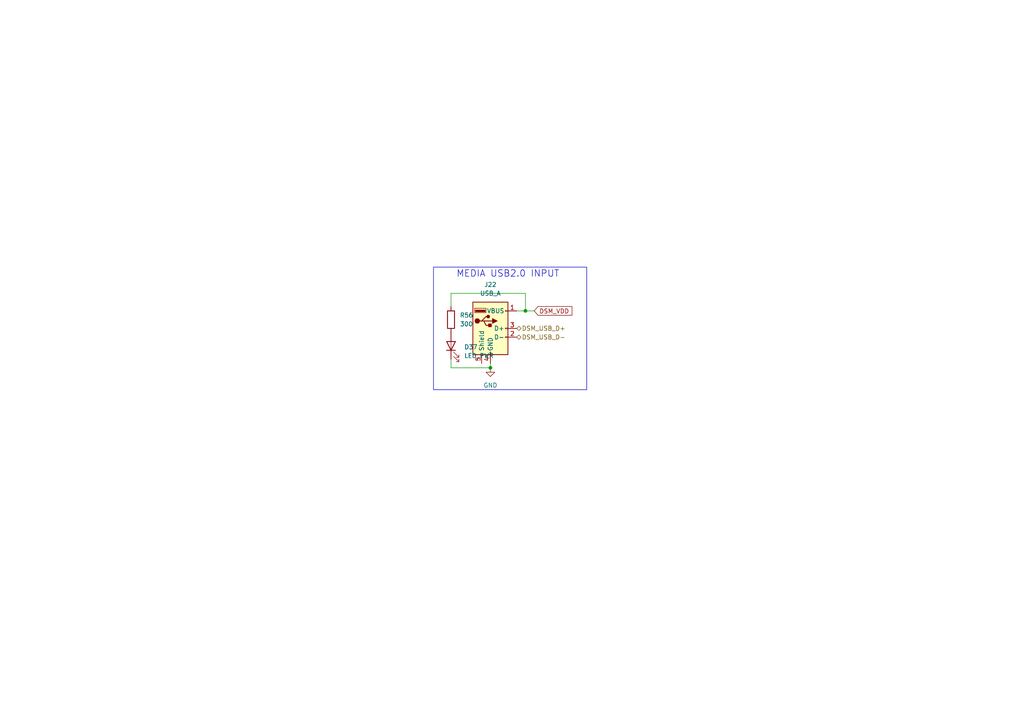
<source format=kicad_sch>
(kicad_sch (version 20250114) (generator "eeschema") (generator_version "9.0")
  (paper "A4")
  (title_block (date "2025-06") (rev "2"))
  (lib_symbols
    (symbol "Connector:USB_A" (pin_names (offset 1.016))
      (property "Reference" "J" (at -5.08 11.43 0))
      (property "Value" "USB_A" (at -5.08 8.89 0))
      (symbol "USB_A_0_1"
        (rectangle (start -5.08 -7.62) (end 5.08 7.62) (stroke (width 0.254)) (fill (type background)))
        (circle (center -3.81 2.159) (radius 0.635) (stroke (width 0.254)) (fill (type outline)))
        (polyline (pts (xy -3.175 2.159) (xy -2.54 2.159) (xy -1.27 3.429) (xy -0.635 3.429)) (stroke (width 0.254)))
        (polyline (pts (xy -2.54 2.159) (xy -1.905 2.159) (xy -1.27 0.889) (xy 0 0.889)) (stroke (width 0.254)))
        (rectangle (start -1.524 4.826) (end -4.318 5.334) (fill (type outline)))
        (rectangle (start -1.27 4.572) (end -4.572 5.842))
        (circle (center -0.635 3.429) (radius 0.381) (stroke (width 0.254)) (fill (type outline)))
        (rectangle (start -0.127 -7.62) (end 0.127 -6.858))
        (rectangle (start 0.254 1.27) (end -0.508 0.508) (stroke (width 0.254)) (fill (type outline)))
        (polyline (pts (xy 0.635 2.794) (xy 0.635 1.524) (xy 1.905 2.159) (xy 0.635 2.794)) (stroke (width 0.254)) (fill (type outline)))
        (rectangle (start 5.08 4.953) (end 4.318 5.207))
        (rectangle (start 5.08 -0.127) (end 4.318 0.127))
        (rectangle (start 5.08 -2.667) (end 4.318 -2.413))
      )
      (symbol "USB_A_1_1"
        (polyline (pts (xy -1.905 2.159) (xy 0.635 2.159)) (stroke (width 0.254)))
        (pin passive line (at -2.54 -10.16 90) (length 2.54) (name "Shield") (number "5"))
        (pin power_in line (at 0 -10.16 90) (length 2.54) (name "GND") (number "4"))
        (pin power_in line (at 7.62 5.08 180) (length 2.54) (name "VBUS") (number "1"))
        (pin bidirectional line (at 7.62 0 180) (length 2.54) (name "D+") (number "3"))
        (pin bidirectional line (at 7.62 -2.54 180) (length 2.54) (name "D-") (number "2"))
      )
    )
    (symbol "Device:LED" (pin_numbers (hide yes)) (pin_names (offset 1.016) (hide yes))
      (property "Reference" "D" (at 0 2.54 0))
      (property "Value" "LED" (at 0 -2.54 0))
      (symbol "LED_0_1"
        (polyline (pts (xy -3.048 -0.762) (xy -4.572 -2.286) (xy -3.81 -2.286) (xy -4.572 -2.286) (xy -4.572 -1.524)))
        (polyline (pts (xy -1.778 -0.762) (xy -3.302 -2.286) (xy -2.54 -2.286) (xy -3.302 -2.286) (xy -3.302 -1.524)))
        (polyline (pts (xy -1.27 0) (xy 1.27 0)))
        (polyline (pts (xy -1.27 -1.27) (xy -1.27 1.27)) (stroke (width 0.254)))
        (polyline (pts (xy 1.27 -1.27) (xy 1.27 1.27) (xy -1.27 0) (xy 1.27 -1.27)) (stroke (width 0.254)))
      )
      (symbol "LED_1_1"
        (pin passive line (at -3.81 0 0) (length 2.54) (name "K") (number "1"))
        (pin passive line (at 3.81 0 180) (length 2.54) (name "A") (number "2"))
      )
    )
    (symbol "Device:R" (pin_numbers (hide yes)) (pin_names (offset 0))
      (property "Reference" "R" (at 2.032 0 90))
      (property "Value" "R" (at 0 0 90))
      (symbol "R_0_1"
        (rectangle (start -1.016 -2.54) (end 1.016 2.54) (stroke (width 0.254)))
      )
      (symbol "R_1_1"
        (pin passive line (at 0 3.81 270) (length 1.27) (name "~") (number "1"))
        (pin passive line (at 0 -3.81 90) (length 1.27) (name "~") (number "2"))
      )
    )
    (symbol "power:GND" (power) (pin_numbers (hide yes)) (pin_names (offset 0) (hide yes))
      (property "Value" "GND" (at 0 -3.81 0))
      (symbol "GND_0_1"
        (polyline (pts (xy 0 0) (xy 0 -1.27) (xy 1.27 -1.27) (xy 0 -2.54) (xy -1.27 -1.27) (xy 0 -1.27)))
      )
      (symbol "GND_1_1"
        (pin power_in line (at 0 0 270) (length 0) (name "~") (number "1"))
      )
    )
  )
  (rectangle (start 125.73 77.47) (end 170.18 113.03))
  (text "MEDIA USB2.0 INPUT" (at 147.32 79.502 0) (effects (font (size 1.905 1.905))))
  (junction (at 142.24 106.68))
  (junction (at 152.4 90.17))
  (wire (pts (xy 142.24 106.68) (xy 130.81 106.68)))
  (wire (pts (xy 130.81 106.68) (xy 130.81 104.14)))
  (wire (pts (xy 152.4 85.09) (xy 130.81 85.09)))
  (wire (pts (xy 142.24 106.68) (xy 142.24 105.41)))
  (wire (pts (xy 130.81 85.09) (xy 130.81 88.9)))
  (wire (pts (xy 152.4 90.17) (xy 149.86 90.17)))
  (wire (pts (xy 152.4 90.17) (xy 154.94 90.17)))
  (wire (pts (xy 152.4 85.09) (xy 152.4 90.17)))
  (global_label "DSM_VDD" (shape input) (at 154.94 90.17 0) (property "Intersheetrefs" "${INTERSHEET_REFS}" (effects (hide yes))))
  (hierarchical_label "DSM_USB_D-" (shape bidirectional) (at 149.86 97.79 0))
  (hierarchical_label "DSM_USB_D+" (shape bidirectional) (at 149.86 95.25 0))
  (symbol (lib_id "power:GND") (at 142.24 106.68 0) (unit 1)
    (property "Reference" "#PWR0140" (effects (hide yes)))
    (property "Value" "GND" (at 142.24 111.76 0))
    (property "Description" "Power symbol creates a global label with name \"GND\" , ground" (effects (hide yes)))
  )
  (symbol (lib_id "Device:R") (at 130.81 92.71 180) (unit 1)
    (property "Reference" "R56" (at 133.35 91.4399 0) (effects (justify right)))
    (property "Value" "300" (at 133.35 93.9799 0) (effects (justify right)))
    (property "Footprint" "Resistor_SMD:R_0805_2012Metric_Pad1.20x1.40mm_HandSolder" (effects (hide yes)))
    (property "Description" "Resistor" (effects (hide yes)))
    (property "DigiKey_Part_Number" "311-10.0KCRCT-ND" (effects (hide yes)))
    (property "Price" "0.0129" (effects (hide yes)))
  )
  (symbol (lib_id "Device:LED") (at 130.81 100.33 90) (unit 1)
    (property "Reference" "D37" (at 134.62 100.6474 90) (effects (justify right)))
    (property "Value" "LED_PWR" (at 134.62 103.1874 90) (effects (justify right)))
    (property "Footprint" "LED_SMD:LED_0603_1608Metric" (effects (hide yes)))
    (property "Description" "Light emitting diode" (effects (hide yes)))
    (property "Sim.Pins" "1=K 2=A" (effects (hide yes)))
  )
  (symbol (lib_id "Connector:USB_A") (at 142.24 95.25 0) (unit 1)
    (property "Reference" "J22" (at 142.24 82.55 0))
    (property "Value" "USB_A" (at 142.24 85.09 0))
    (property "Footprint" "Connector_USB:USB_A_CNCTech_1001-011-01101_Horizontal" (effects (hide yes)))
    (property "Description" "USB Type A connector" (effects (hide yes)))
  )
)
</source>
